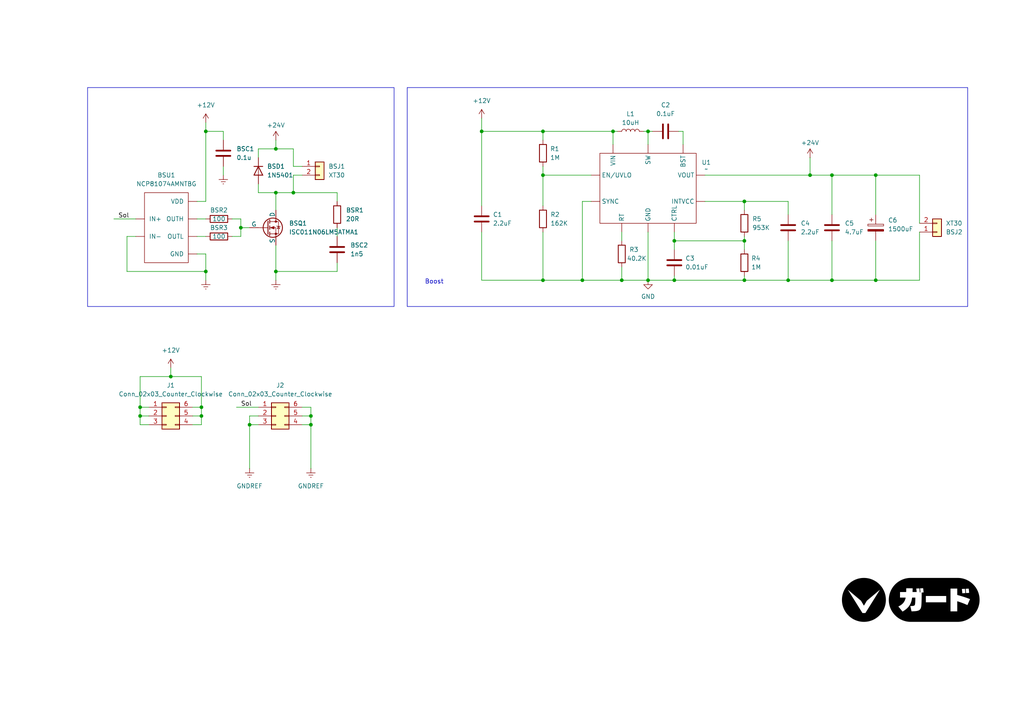
<source format=kicad_sch>
(kicad_sch (version 20231120) (generator "eeschema") (generator_version "8.0")
  (paper "A4")
  (lib_symbols
    (symbol "Connector_Generic:Conn_01x02" (pin_names (offset 1.016) hide)
      (property "Reference" "J" (at 0 2.54 0))
      (property "Value" "Conn_01x02" (at 0 -5.08 0))
      (symbol "Conn_01x02_1_1"
        (rectangle (start -1.27 -2.413) (end 0 -2.667) (stroke (width 0.1524)))
        (rectangle (start -1.27 0.127) (end 0 -0.127) (stroke (width 0.1524)))
        (rectangle (start -1.27 1.27) (end 1.27 -3.81) (stroke (width 0.254)) (fill (type background)))
        (pin passive line (at -5.08 0 0) (length 3.81) (name "Pin_1") (number "1"))
        (pin passive line (at -5.08 -2.54 0) (length 3.81) (name "Pin_2") (number "2"))
      )
    )
    (symbol "Connector_Generic:Conn_02x03_Counter_Clockwise" (pin_names (offset 1.016) hide)
      (property "Reference" "J" (at 1.27 5.08 0))
      (property "Value" "Conn_02x03_Counter_Clockwise" (at 1.27 -5.08 0))
      (symbol "Conn_02x03_Counter_Clockwise_1_1"
        (rectangle (start -1.27 -2.413) (end 0 -2.667) (stroke (width 0.1524)))
        (rectangle (start -1.27 0.127) (end 0 -0.127) (stroke (width 0.1524)))
        (rectangle (start -1.27 2.667) (end 0 2.413) (stroke (width 0.1524)))
        (rectangle (start -1.27 3.81) (end 3.81 -3.81) (stroke (width 0.254)) (fill (type background)))
        (rectangle (start 3.81 -2.413) (end 2.54 -2.667) (stroke (width 0.1524)))
        (rectangle (start 3.81 0.127) (end 2.54 -0.127) (stroke (width 0.1524)))
        (rectangle (start 3.81 2.667) (end 2.54 2.413) (stroke (width 0.1524)))
        (pin passive line (at -5.08 2.54 0) (length 3.81) (name "Pin_1") (number "1"))
        (pin passive line (at -5.08 0 0) (length 3.81) (name "Pin_2") (number "2"))
        (pin passive line (at -5.08 -2.54 0) (length 3.81) (name "Pin_3") (number "3"))
        (pin passive line (at 7.62 -2.54 180) (length 3.81) (name "Pin_4") (number "4"))
        (pin passive line (at 7.62 0 180) (length 3.81) (name "Pin_5") (number "5"))
        (pin passive line (at 7.62 2.54 180) (length 3.81) (name "Pin_6") (number "6"))
      )
    )
    (symbol "Device:C" (pin_numbers hide) (pin_names (offset 0.254))
      (property "Reference" "C" (at 0.635 2.54 0))
      (property "Value" "C" (at 0.635 -2.54 0))
      (symbol "C_0_1"
        (polyline (pts (xy -2.032 -0.762) (xy 2.032 -0.762)) (stroke (width 0.508)))
        (polyline (pts (xy -2.032 0.762) (xy 2.032 0.762)) (stroke (width 0.508)))
      )
      (symbol "C_1_1"
        (pin passive line (at 0 3.81 270) (length 2.794) (name "~") (number "1"))
        (pin passive line (at 0 -3.81 90) (length 2.794) (name "~") (number "2"))
      )
    )
    (symbol "Device:C_Polarized" (pin_numbers hide) (pin_names (offset 0.254))
      (property "Reference" "C" (at 0.635 2.54 0))
      (property "Value" "C_Polarized" (at 0.635 -2.54 0))
      (symbol "C_Polarized_0_1"
        (rectangle (start -2.286 0.508) (end 2.286 1.016))
        (polyline (pts (xy -1.778 2.286) (xy -0.762 2.286)))
        (polyline (pts (xy -1.27 2.794) (xy -1.27 1.778)))
        (rectangle (start 2.286 -0.508) (end -2.286 -1.016) (fill (type outline)))
      )
      (symbol "C_Polarized_1_1"
        (pin passive line (at 0 3.81 270) (length 2.794) (name "~") (number "1"))
        (pin passive line (at 0 -3.81 90) (length 2.794) (name "~") (number "2"))
      )
    )
    (symbol "Device:L" (pin_numbers hide) (pin_names (offset 1.016) hide)
      (property "Reference" "L" (at -1.27 0 90))
      (property "Value" "L" (at 1.905 0 90))
      (symbol "L_0_1"
        (arc (start 0 -2.54) (mid 0.6323 -1.905) (end 0 -1.27))
        (arc (start 0 -1.27) (mid 0.6323 -0.635) (end 0 0))
        (arc (start 0 0) (mid 0.6323 0.635) (end 0 1.27))
        (arc (start 0 1.27) (mid 0.6323 1.905) (end 0 2.54))
      )
      (symbol "L_1_1"
        (pin passive line (at 0 3.81 270) (length 1.27) (name "1") (number "1"))
        (pin passive line (at 0 -3.81 90) (length 1.27) (name "2") (number "2"))
      )
    )
    (symbol "Device:R" (pin_numbers hide) (pin_names (offset 0))
      (property "Reference" "R" (at 2.032 0 90))
      (property "Value" "R" (at 0 0 90))
      (symbol "R_0_1"
        (rectangle (start -1.016 -2.54) (end 1.016 2.54) (stroke (width 0.254)))
      )
      (symbol "R_1_1"
        (pin passive line (at 0 3.81 270) (length 1.27) (name "~") (number "1"))
        (pin passive line (at 0 -3.81 90) (length 1.27) (name "~") (number "2"))
      )
    )
    (symbol "Diode:1N5401" (pin_numbers hide) (pin_names hide)
      (property "Reference" "D" (at 0 2.54 0))
      (property "Value" "1N5401" (at 0 -2.54 0))
      (symbol "1N5401_0_1"
        (polyline (pts (xy -1.27 1.27) (xy -1.27 -1.27)) (stroke (width 0.254)))
        (polyline (pts (xy 1.27 0) (xy -1.27 0)))
        (polyline (pts (xy 1.27 1.27) (xy 1.27 -1.27) (xy -1.27 0) (xy 1.27 1.27)) (stroke (width 0.254)))
      )
      (symbol "1N5401_1_1"
        (pin passive line (at -3.81 0 0) (length 2.54) (name "K") (number "1"))
        (pin passive line (at 3.81 0 180) (length 2.54) (name "A") (number "2"))
      )
    )
    (symbol "boostUnit:LT8338"
      (property "Reference" "U" (at 0 0 0))
      (symbol "LT8338_0_1"
        (rectangle (start -13.97 10.16) (end 13.97 -10.16))
      )
      (symbol "LT8338_1_1"
        (pin power_in line (at -10.16 12.7 270) (length 2.54) (name "VIN") (number "1"))
        (pin power_in line (at 16.51 -3.81 180) (length 2.54) (name "INTVCC") (number "10"))
        (pin power_in line (at 0 -12.7 90) (length 2.54) (name "GND") (number "11"))
        (pin power_in line (at 10.16 12.7 270) (length 2.54) (name "BST") (number "2"))
        (pin power_in line (at 0 12.7 270) (length 2.54) (name "SW") (number "3"))
        (pin power_in line (at 0 12.7 270) (length 2.54) hide (name "SW") (number "4"))
        (pin power_out line (at 16.51 3.81 180) (length 2.54) (name "VOUT") (number "5"))
        (pin input line (at -16.51 -3.81 0) (length 2.54) (name "SYNC") (number "6"))
        (pin input line (at -7.62 -12.7 90) (length 2.54) (name "RT") (number "7"))
        (pin input line (at -16.51 3.81 0) (length 2.54) (name "EN/UVLO") (number "8"))
        (pin input line (at 7.62 -12.7 90) (length 2.54) (name "CTRL") (number "9"))
      )
    )
    (symbol "power:+12V" (power) (pin_numbers hide) (pin_names (offset 0) hide)
      (property "Value" "+12V" (at 0 3.556 0))
      (symbol "+12V_0_1"
        (polyline (pts (xy -0.762 1.27) (xy 0 2.54)))
        (polyline (pts (xy 0 0) (xy 0 2.54)))
        (polyline (pts (xy 0 2.54) (xy 0.762 1.27)))
      )
      (symbol "+12V_1_1"
        (pin power_in line (at 0 0 90) (length 0) (name "~") (number "1"))
      )
    )
    (symbol "power:+24V" (power) (pin_numbers hide) (pin_names (offset 0) hide)
      (property "Value" "+24V" (at 0 3.556 0))
      (symbol "+24V_0_1"
        (polyline (pts (xy -0.762 1.27) (xy 0 2.54)))
        (polyline (pts (xy 0 0) (xy 0 2.54)))
        (polyline (pts (xy 0 2.54) (xy 0.762 1.27)))
      )
      (symbol "+24V_1_1"
        (pin power_in line (at 0 0 90) (length 0) (name "~") (number "1"))
      )
    )
    (symbol "power:GND" (power) (pin_numbers hide) (pin_names (offset 0) hide)
      (property "Value" "GND" (at 0 -3.81 0))
      (symbol "GND_0_1"
        (polyline (pts (xy 0 0) (xy 0 -1.27) (xy 1.27 -1.27) (xy 0 -2.54) (xy -1.27 -1.27) (xy 0 -1.27)))
      )
      (symbol "GND_1_1"
        (pin power_in line (at 0 0 270) (length 0) (name "~") (number "1"))
      )
    )
    (symbol "power:GNDREF" (power) (pin_numbers hide) (pin_names (offset 0) hide)
      (property "Value" "GNDREF" (at 0 -3.81 0))
      (symbol "GNDREF_0_1"
        (polyline (pts (xy -0.635 -1.905) (xy 0.635 -1.905)))
        (polyline (pts (xy -0.127 -2.54) (xy 0.127 -2.54)))
        (polyline (pts (xy 0 -1.27) (xy 0 0)))
        (polyline (pts (xy 1.27 -1.27) (xy -1.27 -1.27)))
      )
      (symbol "GNDREF_1_1"
        (pin power_in line (at 0 0 270) (length 0) (name "~") (number "1"))
      )
    )
    (symbol "senrobo_kicad:NCP81074XMNTBG" (pin_numbers hide) (pin_names (offset 1.27))
      (property "Reference" "U" (at -5.842 14.224 0))
      (property "Value" "NCP81074XMNTBG" (at 1.016 11.938 0))
      (symbol "NCP81074XMNTBG_0_1"
        (rectangle (start 6.35 10.16) (end -6.35 -10.16))
      )
      (symbol "NCP81074XMNTBG_1_1"
        (pin input line (at -8.89 2.54 0) (length 2.54) (name "IN+") (number "1"))
        (pin power_in line (at 8.89 -7.62 180) (length 2.54) (name "GND") (number "2"))
        (pin power_in line (at 8.89 -7.62 180) (length 2.54) hide (name "GND") (number "3"))
        (pin input line (at 8.89 -2.54 180) (length 2.54) (name "OUTL") (number "4"))
        (pin input line (at 8.89 2.54 180) (length 2.54) (name "OUTH") (number "5"))
        (pin power_in line (at 8.89 7.62 180) (length 2.54) (name "VDD") (number "6"))
        (pin power_in line (at 8.89 7.62 180) (length 2.54) hide (name "VDD") (number "7"))
        (pin input line (at -8.89 -2.54 0) (length 2.54) (name "IN-") (number "8"))
        (pin power_in line (at 8.89 -7.62 180) (length 2.54) hide (name "GND") (number "9"))
      )
    )
    (symbol "vincent:AON6354" (pin_numbers hide) (pin_names (offset 0))
      (property "Reference" "Q?" (at 11.43 1.2701 0))
      (property "Value" "ISC011N06LM5ATMA1" (at 11.43 -1.2699 0))
      (symbol "AON6354_0_1"
        (polyline (pts (xy 5.334 0) (xy 2.54 0)))
        (polyline (pts (xy 5.334 1.905) (xy 5.334 -1.905)) (stroke (width 0.254)))
        (polyline (pts (xy 5.842 -1.27) (xy 5.842 -2.286)) (stroke (width 0.254)))
        (polyline (pts (xy 5.842 0.508) (xy 5.842 -0.508)) (stroke (width 0.254)))
        (polyline (pts (xy 5.842 2.286) (xy 5.842 1.27)) (stroke (width 0.254)))
        (polyline (pts (xy 7.62 2.54) (xy 7.62 1.778)))
        (polyline (pts (xy 7.62 -2.54) (xy 7.62 0) (xy 5.842 0)))
        (polyline (pts (xy 5.842 -1.778) (xy 8.382 -1.778) (xy 8.382 1.778) (xy 5.842 1.778)))
        (polyline (pts (xy 6.096 0) (xy 7.112 0.381) (xy 7.112 -0.381) (xy 6.096 0)) (fill (type outline)))
        (polyline (pts (xy 7.874 0.508) (xy 8.001 0.381) (xy 8.763 0.381) (xy 8.89 0.254)))
        (polyline (pts (xy 8.382 0.381) (xy 8.001 -0.254) (xy 8.763 -0.254) (xy 8.382 0.381)))
        (circle (center 6.731 0) (radius 2.794) (stroke (width 0.254)))
        (circle (center 7.62 -1.778) (radius 0.254) (fill (type outline)))
        (circle (center 7.62 1.778) (radius 0.254) (fill (type outline)))
      )
      (symbol "AON6354_1_1"
        (pin passive line (at 7.62 -5.08 90) (length 2.54) (name "S") (number "1"))
        (pin passive line (at 7.62 -5.08 90) (length 2.54) hide (name "S") (number "2"))
        (pin passive line (at 7.62 -5.08 90) (length 2.54) hide (name "S") (number "3"))
        (pin input line (at 0 0 0) (length 2.54) (name "G") (number "4"))
        (pin passive line (at 7.62 5.08 270) (length 2.54) (name "D") (number "5"))
        (pin passive line (at 7.62 5.08 270) (length 2.54) hide (name "D") (number "6"))
        (pin passive line (at 7.62 5.08 270) (length 2.54) hide (name "D") (number "7"))
        (pin passive line (at 7.62 5.08 270) (length 2.54) hide (name "D") (number "8"))
        (pin passive line (at 7.62 5.08 270) (length 2.54) hide (name "D") (number "9"))
      )
    )
  )
  (junction (at 195.58 69.85))
  (junction (at 254 81.28))
  (junction (at 215.9 58.42))
  (junction (at 241.3 50.8))
  (junction (at 90.17 123.19))
  (junction (at 234.95 50.8))
  (junction (at 58.42 120.65))
  (junction (at 85.09 55.88))
  (junction (at 215.9 69.85))
  (junction (at 80.01 55.88))
  (junction (at 157.48 38.1))
  (junction (at 59.69 38.1))
  (junction (at 215.9 81.28))
  (junction (at 177.8 38.1))
  (junction (at 228.6 81.28))
  (junction (at 40.64 120.65))
  (junction (at 168.91 81.28))
  (junction (at 195.58 81.28))
  (junction (at 59.69 78.74))
  (junction (at 157.48 50.8))
  (junction (at 80.01 78.74))
  (junction (at 187.96 81.28))
  (junction (at 49.53 109.22))
  (junction (at 90.17 120.65))
  (junction (at 139.7 38.1))
  (junction (at 40.64 118.11))
  (junction (at 58.42 118.11))
  (junction (at 69.85 66.04))
  (junction (at 72.39 123.19))
  (junction (at 180.34 81.28))
  (junction (at 254 50.8))
  (junction (at 241.3 81.28))
  (junction (at 80.01 43.18))
  (junction (at 157.48 81.28))
  (junction (at 187.96 38.1))
  (wire (pts (xy 215.9 69.85) (xy 215.9 72.39)))
  (wire (pts (xy 72.39 120.65) (xy 74.93 120.65)))
  (wire (pts (xy 80.01 78.74) (xy 97.79 78.74)))
  (wire (pts (xy 68.58 118.11) (xy 74.93 118.11)))
  (wire (pts (xy 85.09 50.8) (xy 87.63 50.8)))
  (wire (pts (xy 157.48 50.8) (xy 171.45 50.8)))
  (wire (pts (xy 215.9 58.42) (xy 215.9 60.96)))
  (wire (pts (xy 198.12 38.1) (xy 198.12 41.91)))
  (wire (pts (xy 187.96 67.31) (xy 187.96 81.28)))
  (wire (pts (xy 58.42 120.65) (xy 58.42 123.19)))
  (wire (pts (xy 266.7 67.31) (xy 266.7 81.28)))
  (wire (pts (xy 87.63 123.19) (xy 90.17 123.19)))
  (wire (pts (xy 90.17 118.11) (xy 90.17 120.65)))
  (wire (pts (xy 36.83 78.74) (xy 59.69 78.74)))
  (wire (pts (xy 49.53 106.68) (xy 49.53 109.22)))
  (wire (pts (xy 74.93 43.18) (xy 74.93 45.72)))
  (wire (pts (xy 40.64 120.65) (xy 43.18 120.65)))
  (wire (pts (xy 180.34 69.85) (xy 180.34 67.31)))
  (wire (pts (xy 266.7 50.8) (xy 266.7 64.77)))
  (wire (pts (xy 33.02 63.5) (xy 39.37 63.5)))
  (wire (pts (xy 254 50.8) (xy 266.7 50.8)))
  (wire (pts (xy 87.63 118.11) (xy 90.17 118.11)))
  (wire (pts (xy 90.17 120.65) (xy 90.17 123.19)))
  (wire (pts (xy 72.39 123.19) (xy 74.93 123.19)))
  (wire (pts (xy 59.69 73.66) (xy 57.15 73.66)))
  (wire (pts (xy 59.69 38.1) (xy 64.77 38.1)))
  (wire (pts (xy 195.58 81.28) (xy 195.58 80.01)))
  (wire (pts (xy 85.09 50.8) (xy 85.09 55.88)))
  (wire (pts (xy 241.3 81.28) (xy 254 81.28)))
  (wire (pts (xy 139.7 67.31) (xy 139.7 81.28)))
  (wire (pts (xy 69.85 63.5) (xy 69.85 66.04)))
  (wire (pts (xy 80.01 55.88) (xy 85.09 55.88)))
  (wire (pts (xy 254 81.28) (xy 254 69.85)))
  (wire (pts (xy 85.09 55.88) (xy 97.79 55.88)))
  (wire (pts (xy 40.64 109.22) (xy 49.53 109.22)))
  (wire (pts (xy 171.45 58.42) (xy 168.91 58.42)))
  (wire (pts (xy 97.79 55.88) (xy 97.79 58.42)))
  (wire (pts (xy 157.48 40.64) (xy 157.48 38.1)))
  (wire (pts (xy 87.63 120.65) (xy 90.17 120.65)))
  (wire (pts (xy 74.93 43.18) (xy 80.01 43.18)))
  (wire (pts (xy 168.91 58.42) (xy 168.91 81.28)))
  (wire (pts (xy 187.96 81.28) (xy 195.58 81.28)))
  (wire (pts (xy 55.88 123.19) (xy 58.42 123.19)))
  (wire (pts (xy 139.7 81.28) (xy 157.48 81.28)))
  (wire (pts (xy 59.69 38.1) (xy 59.69 58.42)))
  (wire (pts (xy 97.79 76.2) (xy 97.79 78.74)))
  (wire (pts (xy 40.64 109.22) (xy 40.64 118.11)))
  (wire (pts (xy 157.48 38.1) (xy 177.8 38.1)))
  (wire (pts (xy 139.7 59.69) (xy 139.7 38.1)))
  (wire (pts (xy 40.64 118.11) (xy 43.18 118.11)))
  (wire (pts (xy 139.7 34.29) (xy 139.7 38.1)))
  (wire (pts (xy 196.85 38.1) (xy 198.12 38.1)))
  (wire (pts (xy 87.63 48.26) (xy 85.09 48.26)))
  (wire (pts (xy 39.37 68.58) (xy 36.83 68.58)))
  (wire (pts (xy 59.69 78.74) (xy 59.69 81.28)))
  (wire (pts (xy 195.58 69.85) (xy 215.9 69.85)))
  (wire (pts (xy 180.34 81.28) (xy 180.34 77.47)))
  (wire (pts (xy 80.01 40.64) (xy 80.01 43.18)))
  (wire (pts (xy 80.01 55.88) (xy 80.01 60.96)))
  (wire (pts (xy 168.91 81.28) (xy 180.34 81.28)))
  (wire (pts (xy 215.9 58.42) (xy 228.6 58.42)))
  (wire (pts (xy 58.42 118.11) (xy 58.42 120.65)))
  (wire (pts (xy 157.48 50.8) (xy 157.48 59.69)))
  (wire (pts (xy 80.01 71.12) (xy 80.01 78.74)))
  (wire (pts (xy 64.77 38.1) (xy 64.77 40.64)))
  (wire (pts (xy 69.85 66.04) (xy 72.39 66.04)))
  (wire (pts (xy 187.96 81.28) (xy 180.34 81.28)))
  (wire (pts (xy 241.3 69.85) (xy 241.3 81.28)))
  (wire (pts (xy 69.85 66.04) (xy 69.85 68.58)))
  (wire (pts (xy 204.47 58.42) (xy 215.9 58.42)))
  (wire (pts (xy 36.83 68.58) (xy 36.83 78.74)))
  (wire (pts (xy 80.01 43.18) (xy 85.09 43.18)))
  (wire (pts (xy 254 62.23) (xy 254 50.8)))
  (wire (pts (xy 40.64 123.19) (xy 43.18 123.19)))
  (wire (pts (xy 215.9 81.28) (xy 215.9 80.01)))
  (wire (pts (xy 228.6 81.28) (xy 241.3 81.28)))
  (wire (pts (xy 49.53 109.22) (xy 58.42 109.22)))
  (wire (pts (xy 179.07 38.1) (xy 177.8 38.1)))
  (wire (pts (xy 195.58 81.28) (xy 215.9 81.28)))
  (wire (pts (xy 266.7 81.28) (xy 254 81.28)))
  (wire (pts (xy 40.64 120.65) (xy 40.64 123.19)))
  (wire (pts (xy 215.9 81.28) (xy 228.6 81.28)))
  (wire (pts (xy 195.58 69.85) (xy 195.58 72.39)))
  (wire (pts (xy 187.96 38.1) (xy 187.96 41.91)))
  (wire (pts (xy 80.01 55.88) (xy 74.93 55.88)))
  (wire (pts (xy 241.3 50.8) (xy 241.3 62.23)))
  (wire (pts (xy 67.31 63.5) (xy 69.85 63.5)))
  (wire (pts (xy 90.17 123.19) (xy 90.17 135.89)))
  (wire (pts (xy 55.88 120.65) (xy 58.42 120.65)))
  (wire (pts (xy 72.39 120.65) (xy 72.39 123.19)))
  (wire (pts (xy 72.39 123.19) (xy 72.39 135.89)))
  (wire (pts (xy 80.01 78.74) (xy 80.01 81.28)))
  (wire (pts (xy 57.15 68.58) (xy 59.69 68.58)))
  (wire (pts (xy 215.9 68.58) (xy 215.9 69.85)))
  (wire (pts (xy 157.48 81.28) (xy 168.91 81.28)))
  (wire (pts (xy 204.47 50.8) (xy 234.95 50.8)))
  (wire (pts (xy 59.69 35.56) (xy 59.69 38.1)))
  (wire (pts (xy 234.95 50.8) (xy 241.3 50.8)))
  (wire (pts (xy 157.48 67.31) (xy 157.48 81.28)))
  (wire (pts (xy 40.64 118.11) (xy 40.64 120.65)))
  (wire (pts (xy 64.77 48.26) (xy 64.77 50.8)))
  (wire (pts (xy 139.7 38.1) (xy 157.48 38.1)))
  (wire (pts (xy 195.58 67.31) (xy 195.58 69.85)))
  (wire (pts (xy 74.93 55.88) (xy 74.93 53.34)))
  (wire (pts (xy 189.23 38.1) (xy 187.96 38.1)))
  (wire (pts (xy 59.69 58.42) (xy 57.15 58.42)))
  (wire (pts (xy 67.31 68.58) (xy 69.85 68.58)))
  (wire (pts (xy 177.8 38.1) (xy 177.8 41.91)))
  (wire (pts (xy 241.3 50.8) (xy 254 50.8)))
  (wire (pts (xy 97.79 66.04) (xy 97.79 68.58)))
  (wire (pts (xy 55.88 118.11) (xy 58.42 118.11)))
  (wire (pts (xy 157.48 48.26) (xy 157.48 50.8)))
  (wire (pts (xy 59.69 78.74) (xy 59.69 73.66)))
  (wire (pts (xy 228.6 58.42) (xy 228.6 62.23)))
  (wire (pts (xy 234.95 45.72) (xy 234.95 50.8)))
  (wire (pts (xy 58.42 109.22) (xy 58.42 118.11)))
  (wire (pts (xy 85.09 43.18) (xy 85.09 48.26)))
  (wire (pts (xy 57.15 63.5) (xy 59.69 63.5)))
  (wire (pts (xy 228.6 69.85) (xy 228.6 81.28)))
  (wire (pts (xy 186.69 38.1) (xy 187.96 38.1)))
  (rectangle (start 118.11 25.4) (end 280.67 88.9))
  (rectangle (start 25.4 25.4) (end 114.3 88.9))
  (image (at 264.16 173.99) (scale 0.133286))
  (text "Boost" (at 123.19 82.55 0) (effects (font (size 1.27 1.27)) (justify left bottom)))
  (label "Sol" (at 34.29 63.5 0))
  (label "Sol" (at 69.85 118.11 0))
  (symbol (lib_id "power:GNDREF") (at 90.17 135.89 0) (unit 1)
    (property "Reference" "#PWR09" (effects (hide yes)))
    (property "Value" "GNDREF" (at 90.17 140.97 0))
    (property "Description" "Power symbol creates a global label with name \"GNDREF\" , reference supply ground" (effects (hide yes)))
  )
  (symbol (lib_id "Device:C") (at 195.58 76.2 0) (unit 1)
    (property "Reference" "C3" (at 198.7891 74.9299 0) (effects (justify left)))
    (property "Value" "0.01uF" (at 198.7891 77.4699 0) (effects (justify left)))
    (property "Footprint" "Boost:cap0402" (effects (hide yes)))
    (property "Description" "Unpolarized capacitor" (effects (hide yes)))
  )
  (symbol (lib_id "power:GNDREF") (at 59.69 81.28 0) (unit 1)
    (property "Reference" "#PWR07" (effects (hide yes)))
    (property "Value" "GNDREF" (effects (hide yes)))
    (property "Description" "Power symbol creates a global label with name \"GNDREF\" , reference supply ground" (effects (hide yes)))
  )
  (symbol (lib_id "Diode:1N5401") (at 74.93 49.53 270) (unit 1)
    (property "Reference" "BSD1" (at 77.47 48.26 90) (effects (justify left)))
    (property "Value" "1N5401" (at 77.47 50.8 90) (effects (justify left)))
    (property "Footprint" "Diode_THT:D_DO-201AD_P15.24mm_Horizontal" (effects (hide yes)))
    (property "Datasheet" "http://www.vishay.com/docs/88516/1n5400.pdf" (effects (hide yes)))
    (property "LCSC" "C179506" (effects (hide yes)))
    (property "Sim.Device" "D" (effects (hide yes)))
    (property "Sim.Pins" "1=K 2=A" (effects (hide yes)))
  )
  (symbol (lib_id "Device:R") (at 215.9 64.77 0) (unit 1)
    (property "Reference" "R5" (at 218.1828 63.4999 0) (effects (justify left)))
    (property "Value" "953K" (at 218.1828 66.0399 0) (effects (justify left)))
    (property "Footprint" "Boost:res0402" (effects (hide yes)))
    (property "Description" "Resistor" (effects (hide yes)))
  )
  (symbol (lib_id "Device:C_Polarized") (at 254 66.04 0) (unit 1)
    (property "Reference" "C6" (at 257.5761 63.8809 0) (effects (justify left)))
    (property "Value" "1500uF" (at 257.5761 66.4209 0) (effects (justify left)))
    (property "Footprint" "Boost:CP_Radial_D16.0mm_P7.50mm" (effects (hide yes)))
    (property "Description" "Polarized capacitor" (effects (hide yes)))
  )
  (symbol (lib_id "Connector_Generic:Conn_01x02") (at 271.78 67.31 0) (mirror x) (unit 1)
    (property "Reference" "BSJ2" (at 274.32 67.31 0) (effects (justify left)))
    (property "Value" "XT30" (at 274.32 64.77 0) (effects (justify left)))
    (property "Footprint" "Library:AMASS_XT30PW-F_1x02_P2.50mm_Horizontal" (effects (hide yes)))
    (property "LCSC" "C108769" (effects (hide yes)))
  )
  (symbol (lib_id "Device:C") (at 139.7 63.5 0) (unit 1)
    (property "Reference" "C1" (at 142.9697 62.2299 0) (effects (justify left)))
    (property "Value" "2.2uF" (at 142.9697 64.7699 0) (effects (justify left)))
    (property "Footprint" "Boost:cap0805" (effects (hide yes)))
    (property "Description" "Unpolarized capacitor" (effects (hide yes)))
  )
  (symbol (lib_id "Connector_Generic:Conn_01x02") (at 92.71 48.26 0) (unit 1)
    (property "Reference" "BSJ1" (at 95.25 48.26 0) (effects (justify left)))
    (property "Value" "XT30" (at 95.25 50.8 0) (effects (justify left)))
    (property "Footprint" "Library:AMASS_XT30PW-F_1x02_P2.50mm_Horizontal" (effects (hide yes)))
    (property "LCSC" "C108769" (effects (hide yes)))
  )
  (symbol (lib_id "Device:L") (at 182.88 38.1 90) (unit 1)
    (property "Reference" "L1" (at 182.88 33.0333 90))
    (property "Value" "10uH" (at 182.88 35.5733 90))
    (property "Footprint" "Boost:res0805" (effects (hide yes)))
    (property "Description" "Inductor" (effects (hide yes)))
  )
  (symbol (lib_id "Device:C") (at 228.6 66.04 0) (unit 1)
    (property "Reference" "C4" (at 232.233 64.7699 0) (effects (justify left)))
    (property "Value" "2.2uF" (at 232.233 67.3099 0) (effects (justify left)))
    (property "Footprint" "Boost:cap0805" (effects (hide yes)))
    (property "Description" "Unpolarized capacitor" (effects (hide yes)))
  )
  (symbol (lib_id "power:GNDREF") (at 64.77 50.8 0) (unit 1)
    (property "Reference" "#PWR06" (effects (hide yes)))
    (property "Value" "GNDREF" (effects (hide yes)))
    (property "Description" "Power symbol creates a global label with name \"GNDREF\" , reference supply ground" (effects (hide yes)))
  )
  (symbol (lib_id "Connector_Generic:Conn_02x03_Counter_Clockwise") (at 80.01 120.65 0) (unit 1)
    (property "Reference" "J2" (at 81.28 111.76 0))
    (property "Value" "Conn_02x03_Counter_Clockwise" (at 81.28 114.3 0))
    (property "Footprint" "Connector_PinSocket_2.54mm:PinSocket_2x03_P2.54mm_Vertical" (effects (hide yes)))
    (property "Description" "Generic connector, double row, 02x03, counter clockwise pin numbering scheme (similar to DIP package numbering), script generated (kicad-library-utils/schlib/autogen/connector/)" (effects (hide yes)))
  )
  (symbol (lib_id "power:+12V") (at 59.69 35.56 0) (unit 1)
    (property "Reference" "#PWR04" (effects (hide yes)))
    (property "Value" "+12V" (at 59.69 30.48 0))
    (property "Description" "Power symbol creates a global label with name \"+12V\"" (effects (hide yes)))
  )
  (symbol (lib_id "power:GNDREF") (at 80.01 81.28 0) (unit 1)
    (property "Reference" "#PWR08" (effects (hide yes)))
    (property "Value" "GNDREF" (effects (hide yes)))
    (property "Description" "Power symbol creates a global label with name \"GNDREF\" , reference supply ground" (effects (hide yes)))
  )
  (symbol (lib_id "power:GND") (at 187.96 81.28 0) (unit 1)
    (property "Reference" "#PWR02" (effects (hide yes)))
    (property "Value" "GND" (at 187.96 86.0095 0))
    (property "Description" "Power symbol creates a global label with name \"GND\" , ground" (effects (hide yes)))
  )
  (symbol (lib_id "Connector_Generic:Conn_02x03_Counter_Clockwise") (at 48.26 120.65 0) (unit 1)
    (property "Reference" "J1" (at 49.53 111.76 0))
    (property "Value" "Conn_02x03_Counter_Clockwise" (at 49.53 114.3 0))
    (property "Footprint" "Connector_PinSocket_2.54mm:PinSocket_2x03_P2.54mm_Vertical" (effects (hide yes)))
    (property "Description" "Generic connector, double row, 02x03, counter clockwise pin numbering scheme (similar to DIP package numbering), script generated (kicad-library-utils/schlib/autogen/connector/)" (effects (hide yes)))
  )
  (symbol (lib_id "Device:C") (at 97.79 72.39 0) (unit 1)
    (property "Reference" "BSC2" (at 101.6 71.12 0) (effects (justify left)))
    (property "Value" "1n5" (at 101.6 73.66 0) (effects (justify left)))
    (property "Footprint" "Boost:cap0603" (effects (hide yes)))
    (property "LCSC" "C107060" (effects (hide yes)))
  )
  (symbol (lib_id "Device:R") (at 63.5 63.5 90) (unit 1)
    (property "Reference" "BSR2" (at 63.5 60.96 90))
    (property "Value" "100" (at 63.5 63.5 90))
    (property "Footprint" "Boost:res0603" (effects (hide yes)))
    (property "Description" "Resistor" (effects (hide yes)))
  )
  (symbol (lib_id "boostUnit:LT8338") (at 187.96 54.61 0) (unit 1)
    (property "Reference" "U1" (at 204.8603 47.1168 0))
    (property "Value" "~" (at 204.8603 49.0219 0))
    (property "Footprint" "Boost:LT8338" (effects (hide yes)))
  )
  (symbol (lib_id "Device:R") (at 180.34 73.66 0) (unit 1)
    (property "Reference" "R3" (at 182.5265 72.3899 0) (effects (justify left)))
    (property "Value" "40.2K" (at 181.822 74.9668 0) (effects (justify left)))
    (property "Footprint" "Boost:res0402" (effects (hide yes)))
    (property "Description" "Resistor" (effects (hide yes)))
  )
  (symbol (lib_id "Device:C") (at 241.3 66.04 0) (unit 1)
    (property "Reference" "C5" (at 245.0152 64.7699 0) (effects (justify left)))
    (property "Value" "4.7uF" (at 245.0152 67.3099 0) (effects (justify left)))
    (property "Footprint" "Boost:res0805" (effects (hide yes)))
    (property "Description" "Unpolarized capacitor" (effects (hide yes)))
  )
  (symbol (lib_id "Device:R") (at 97.79 62.23 0) (mirror y) (unit 1)
    (property "Reference" "BSR1" (at 100.33 60.96 0) (effects (justify right)))
    (property "Value" "20R" (at 100.33 63.5 0) (effects (justify right)))
    (property "Footprint" "Boost:res0603" (effects (hide yes)))
    (property "LCSC" "C22950" (effects (hide yes)))
  )
  (symbol (lib_id "power:+12V") (at 49.53 106.68 0) (unit 1)
    (property "Reference" "#PWR011" (effects (hide yes)))
    (property "Value" "+12V" (at 49.53 101.6 0))
    (property "Description" "Power symbol creates a global label with name \"+12V\"" (effects (hide yes)))
  )
  (symbol (lib_id "power:+24V") (at 234.95 45.72 0) (unit 1)
    (property "Reference" "#PWR05" (effects (hide yes)))
    (property "Value" "+24V" (at 234.95 41.4176 0))
    (property "Description" "Power symbol creates a global label with name \"+24V\"" (effects (hide yes)))
  )
  (symbol (lib_id "Device:R") (at 215.9 76.2 0) (unit 1)
    (property "Reference" "R4" (at 217.8931 74.9299 0) (effects (justify left)))
    (property "Value" "1M" (at 217.8931 77.4699 0) (effects (justify left)))
    (property "Footprint" "Boost:res0402" (effects (hide yes)))
    (property "Description" "Resistor" (effects (hide yes)))
  )
  (symbol (lib_id "vincent:AON6354") (at 72.39 66.04 0) (unit 1)
    (property "Reference" "BSQ1" (at 83.82 64.7699 0) (effects (justify left)))
    (property "Value" "ISC011N06LM5ATMA1" (at 83.82 67.3099 0) (effects (justify left)))
    (property "Footprint" "Library:8-DFN (5x6)" (effects (hide yes)))
    (property "Datasheet" "https://www.mouser.sg/datasheet/2/196/Infineon_ISC011N06LM5_DataSheet_v02_02_EN-3363456.pdf" (effects (hide yes)))
  )
  (symbol (lib_id "Device:R") (at 157.48 44.45 0) (unit 1)
    (property "Reference" "R1" (at 159.5505 43.1799 0) (effects (justify left)))
    (property "Value" "1M" (at 159.5505 45.7199 0) (effects (justify left)))
    (property "Footprint" "Boost:res0402" (effects (hide yes)))
    (property "Description" "Resistor" (effects (hide yes)))
  )
  (symbol (lib_id "senrobo_kicad:NCP81074XMNTBG") (at 48.26 66.04 0) (unit 1)
    (property "Reference" "BSU1" (at 48.26 50.8 0))
    (property "Value" "NCP81074AMNTBG" (at 48.26 53.34 0))
    (property "Footprint" "Library:SON50P200X200X100-9N" (effects (hide yes)))
    (property "Datasheet" "https://www.onsemi.com/pdf/datasheet/ncp81074-d.pdf" (effects (hide yes)))
    (property "Description" "The NCP81074 is a single channel, low−side MOSFET driver. It is capable of providing large peak currents into capacitive loads. This driver can deliver a 7 A peak current at the Miller plateau region to help reduce the Miller effect during MOSFETs switching transitions. It exhibits a split output configuration allowing the user to control the turn on and turn off slew rates. This part is available in SOIC−8 and DFN8 2x2 mm packages." (effects (hide yes)))
  )
  (symbol (lib_id "Device:R") (at 157.48 63.5 0) (unit 1)
    (property "Reference" "R2" (at 159.6368 62.2299 0) (effects (justify left)))
    (property "Value" "162K" (at 159.6368 64.7699 0) (effects (justify left)))
    (property "Footprint" "Boost:res0402" (effects (hide yes)))
    (property "Description" "Resistor" (effects (hide yes)))
  )
  (symbol (lib_id "power:+24V") (at 80.01 40.64 0) (unit 1)
    (property "Reference" "#PWR03" (effects (hide yes)))
    (property "Value" "+24V" (at 80.01 36.3376 0))
    (property "Description" "Power symbol creates a global label with name \"+24V\"" (effects (hide yes)))
  )
  (symbol (lib_id "Device:R") (at 63.5 68.58 90) (unit 1)
    (property "Reference" "BSR3" (at 63.5 66.04 90))
    (property "Value" "100" (at 63.5 68.58 90))
    (property "Footprint" "Boost:res0603" (effects (hide yes)))
    (property "Description" "Resistor" (effects (hide yes)))
  )
  (symbol (lib_id "Device:C") (at 193.04 38.1 90) (unit 1)
    (property "Reference" "C2" (at 193.04 30.4632 90))
    (property "Value" "0.1uF" (at 193.04 33.0032 90))
    (property "Footprint" "Boost:cap0402" (effects (hide yes)))
    (property "Description" "Unpolarized capacitor" (effects (hide yes)))
  )
  (symbol (lib_id "power:GNDREF") (at 72.39 135.89 0) (unit 1)
    (property "Reference" "#PWR010" (effects (hide yes)))
    (property "Value" "GNDREF" (at 72.39 140.97 0))
    (property "Description" "Power symbol creates a global label with name \"GNDREF\" , reference supply ground" (effects (hide yes)))
  )
  (symbol (lib_id "Device:C") (at 64.77 44.45 0) (unit 1)
    (property "Reference" "BSC1" (at 68.58 43.1799 0) (effects (justify left)))
    (property "Value" "0.1u" (at 68.58 45.7199 0) (effects (justify left)))
    (property "Footprint" "Boost:res0603" (effects (hide yes)))
    (property "Description" "Unpolarized capacitor" (effects (hide yes)))
  )
  (symbol (lib_id "power:+12V") (at 139.7 34.29 0) (unit 1)
    (property "Reference" "#PWR01" (effects (hide yes)))
    (property "Value" "+12V" (at 139.7 29.2326 0))
    (property "Description" "Power symbol creates a global label with name \"+12V\"" (effects (hide yes)))
  )
)
</source>
